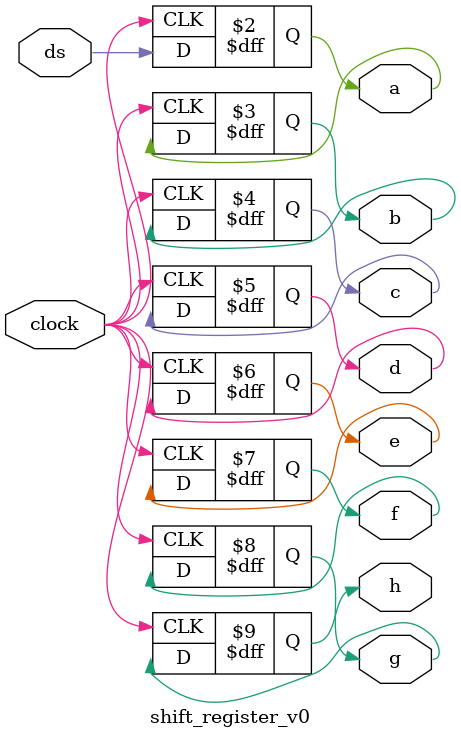
<source format=v>
`timescale 1ns / 1ps

module shift_register_v0(clock,ds,a,b,c,d,e,f,g,h);
input clock, ds;
output reg a,b,c,d,e,f,g,h;

always @(posedge clock)
    begin
        a<=ds;
        b<=a;
        c<=b;
        d<=c;
        e<=d;
        f<=e;
        g<=f;
        h<=g;
    end
endmodule

</source>
